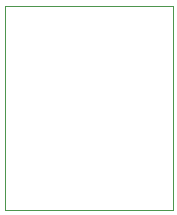
<source format=gbr>
%TF.GenerationSoftware,KiCad,Pcbnew,(5.1.6)-1*%
%TF.CreationDate,2021-10-26T16:01:37-07:00*%
%TF.ProjectId,VSS Signal Adapter,56535320-5369-4676-9e61-6c2041646170,rev?*%
%TF.SameCoordinates,Original*%
%TF.FileFunction,Profile,NP*%
%FSLAX46Y46*%
G04 Gerber Fmt 4.6, Leading zero omitted, Abs format (unit mm)*
G04 Created by KiCad (PCBNEW (5.1.6)-1) date 2021-10-26 16:01:37*
%MOMM*%
%LPD*%
G01*
G04 APERTURE LIST*
%TA.AperFunction,Profile*%
%ADD10C,0.050000*%
%TD*%
G04 APERTURE END LIST*
D10*
X134366000Y-87122000D02*
X148590000Y-87122000D01*
X134366000Y-104394000D02*
X134366000Y-87122000D01*
X148590000Y-104394000D02*
X134366000Y-104394000D01*
X148590000Y-87122000D02*
X148590000Y-104394000D01*
M02*

</source>
